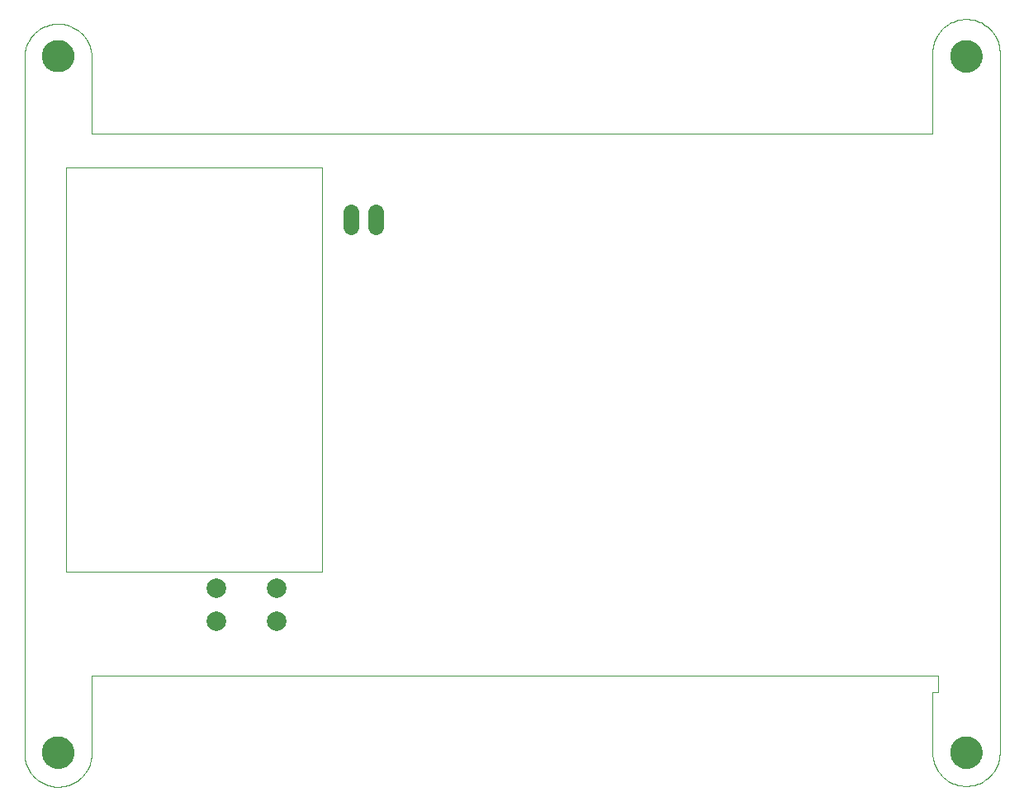
<source format=gbs>
G75*
%MOIN*%
%OFA0B0*%
%FSLAX24Y24*%
%IPPOS*%
%LPD*%
%AMOC8*
5,1,8,0,0,1.08239X$1,22.5*
%
%ADD10C,0.0000*%
%ADD11C,0.1300*%
%ADD12C,0.0640*%
%ADD13C,0.0788*%
D10*
X000150Y004791D02*
X000150Y032921D01*
X000878Y032940D02*
X000880Y032990D01*
X000886Y033040D01*
X000896Y033089D01*
X000910Y033137D01*
X000927Y033184D01*
X000948Y033229D01*
X000973Y033273D01*
X001001Y033314D01*
X001033Y033353D01*
X001067Y033390D01*
X001104Y033424D01*
X001144Y033454D01*
X001186Y033481D01*
X001230Y033505D01*
X001276Y033526D01*
X001323Y033542D01*
X001371Y033555D01*
X001421Y033564D01*
X001470Y033569D01*
X001521Y033570D01*
X001571Y033567D01*
X001620Y033560D01*
X001669Y033549D01*
X001717Y033534D01*
X001763Y033516D01*
X001808Y033494D01*
X001851Y033468D01*
X001892Y033439D01*
X001931Y033407D01*
X001967Y033372D01*
X001999Y033334D01*
X002029Y033294D01*
X002056Y033251D01*
X002079Y033207D01*
X002098Y033161D01*
X002114Y033113D01*
X002126Y033064D01*
X002134Y033015D01*
X002138Y032965D01*
X002138Y032915D01*
X002134Y032865D01*
X002126Y032816D01*
X002114Y032767D01*
X002098Y032719D01*
X002079Y032673D01*
X002056Y032629D01*
X002029Y032586D01*
X001999Y032546D01*
X001967Y032508D01*
X001931Y032473D01*
X001892Y032441D01*
X001851Y032412D01*
X001808Y032386D01*
X001763Y032364D01*
X001717Y032346D01*
X001669Y032331D01*
X001620Y032320D01*
X001571Y032313D01*
X001521Y032310D01*
X001470Y032311D01*
X001421Y032316D01*
X001371Y032325D01*
X001323Y032338D01*
X001276Y032354D01*
X001230Y032375D01*
X001186Y032399D01*
X001144Y032426D01*
X001104Y032456D01*
X001067Y032490D01*
X001033Y032527D01*
X001001Y032566D01*
X000973Y032607D01*
X000948Y032651D01*
X000927Y032696D01*
X000910Y032743D01*
X000896Y032791D01*
X000886Y032840D01*
X000880Y032890D01*
X000878Y032940D01*
X000150Y032920D02*
X000154Y032992D01*
X000163Y033064D01*
X000175Y033136D01*
X000191Y033206D01*
X000211Y033276D01*
X000234Y033344D01*
X000261Y033411D01*
X000292Y033477D01*
X000326Y033541D01*
X000363Y033603D01*
X000403Y033663D01*
X000447Y033720D01*
X000494Y033776D01*
X000543Y033828D01*
X000596Y033878D01*
X000651Y033925D01*
X000708Y033970D01*
X000768Y034011D01*
X000829Y034048D01*
X000893Y034083D01*
X000958Y034114D01*
X001025Y034141D01*
X001094Y034165D01*
X001163Y034185D01*
X001233Y034202D01*
X001305Y034215D01*
X001377Y034224D01*
X001449Y034229D01*
X001521Y034230D01*
X001593Y034227D01*
X001665Y034221D01*
X001737Y034211D01*
X001808Y034196D01*
X001878Y034179D01*
X001947Y034157D01*
X002015Y034132D01*
X002081Y034103D01*
X002146Y034071D01*
X002209Y034035D01*
X002270Y033996D01*
X002329Y033954D01*
X002385Y033909D01*
X002439Y033861D01*
X002491Y033810D01*
X002539Y033756D01*
X002585Y033700D01*
X002628Y033641D01*
X002667Y033581D01*
X002703Y033518D01*
X002736Y033454D01*
X002765Y033387D01*
X002791Y033320D01*
X002813Y033251D01*
X002831Y033181D01*
X002846Y033110D01*
X002857Y033038D01*
X002864Y032966D01*
X002867Y032894D01*
X002866Y032822D01*
X002866Y029791D01*
X036803Y029791D01*
X036803Y033058D01*
X036805Y033130D01*
X036811Y033202D01*
X036820Y033274D01*
X036834Y033345D01*
X036851Y033415D01*
X036872Y033485D01*
X036896Y033553D01*
X036924Y033619D01*
X036956Y033684D01*
X036991Y033747D01*
X037029Y033809D01*
X037071Y033868D01*
X037116Y033925D01*
X037163Y033979D01*
X037214Y034031D01*
X037267Y034080D01*
X037322Y034126D01*
X037380Y034169D01*
X037441Y034209D01*
X037503Y034246D01*
X037567Y034279D01*
X037633Y034309D01*
X037700Y034335D01*
X037769Y034358D01*
X037839Y034377D01*
X037909Y034392D01*
X037981Y034404D01*
X038053Y034412D01*
X038125Y034416D01*
X038197Y034416D01*
X038269Y034412D01*
X038341Y034404D01*
X038413Y034392D01*
X038483Y034377D01*
X038553Y034358D01*
X038622Y034335D01*
X038689Y034309D01*
X038755Y034279D01*
X038819Y034246D01*
X038881Y034209D01*
X038942Y034169D01*
X039000Y034126D01*
X039055Y034080D01*
X039108Y034031D01*
X039159Y033979D01*
X039206Y033925D01*
X039251Y033868D01*
X039293Y033809D01*
X039331Y033747D01*
X039366Y033684D01*
X039398Y033619D01*
X039426Y033553D01*
X039450Y033485D01*
X039471Y033415D01*
X039488Y033345D01*
X039502Y033274D01*
X039511Y033202D01*
X039517Y033130D01*
X039519Y033058D01*
X039520Y033058D02*
X039520Y004791D01*
X037531Y004791D02*
X037533Y004841D01*
X037539Y004891D01*
X037549Y004940D01*
X037563Y004988D01*
X037580Y005035D01*
X037601Y005080D01*
X037626Y005124D01*
X037654Y005165D01*
X037686Y005204D01*
X037720Y005241D01*
X037757Y005275D01*
X037797Y005305D01*
X037839Y005332D01*
X037883Y005356D01*
X037929Y005377D01*
X037976Y005393D01*
X038024Y005406D01*
X038074Y005415D01*
X038123Y005420D01*
X038174Y005421D01*
X038224Y005418D01*
X038273Y005411D01*
X038322Y005400D01*
X038370Y005385D01*
X038416Y005367D01*
X038461Y005345D01*
X038504Y005319D01*
X038545Y005290D01*
X038584Y005258D01*
X038620Y005223D01*
X038652Y005185D01*
X038682Y005145D01*
X038709Y005102D01*
X038732Y005058D01*
X038751Y005012D01*
X038767Y004964D01*
X038779Y004915D01*
X038787Y004866D01*
X038791Y004816D01*
X038791Y004766D01*
X038787Y004716D01*
X038779Y004667D01*
X038767Y004618D01*
X038751Y004570D01*
X038732Y004524D01*
X038709Y004480D01*
X038682Y004437D01*
X038652Y004397D01*
X038620Y004359D01*
X038584Y004324D01*
X038545Y004292D01*
X038504Y004263D01*
X038461Y004237D01*
X038416Y004215D01*
X038370Y004197D01*
X038322Y004182D01*
X038273Y004171D01*
X038224Y004164D01*
X038174Y004161D01*
X038123Y004162D01*
X038074Y004167D01*
X038024Y004176D01*
X037976Y004189D01*
X037929Y004205D01*
X037883Y004226D01*
X037839Y004250D01*
X037797Y004277D01*
X037757Y004307D01*
X037720Y004341D01*
X037686Y004378D01*
X037654Y004417D01*
X037626Y004458D01*
X037601Y004502D01*
X037580Y004547D01*
X037563Y004594D01*
X037549Y004642D01*
X037539Y004691D01*
X037533Y004741D01*
X037531Y004791D01*
X036803Y004791D02*
X036805Y004719D01*
X036811Y004647D01*
X036820Y004575D01*
X036834Y004504D01*
X036851Y004434D01*
X036872Y004364D01*
X036896Y004296D01*
X036924Y004230D01*
X036956Y004165D01*
X036991Y004102D01*
X037029Y004040D01*
X037071Y003981D01*
X037116Y003924D01*
X037163Y003870D01*
X037214Y003818D01*
X037267Y003769D01*
X037322Y003723D01*
X037380Y003680D01*
X037441Y003640D01*
X037503Y003603D01*
X037567Y003570D01*
X037633Y003540D01*
X037700Y003514D01*
X037769Y003491D01*
X037839Y003472D01*
X037909Y003457D01*
X037981Y003445D01*
X038053Y003437D01*
X038125Y003433D01*
X038197Y003433D01*
X038269Y003437D01*
X038341Y003445D01*
X038413Y003457D01*
X038483Y003472D01*
X038553Y003491D01*
X038622Y003514D01*
X038689Y003540D01*
X038755Y003570D01*
X038819Y003603D01*
X038881Y003640D01*
X038942Y003680D01*
X039000Y003723D01*
X039055Y003769D01*
X039108Y003818D01*
X039159Y003870D01*
X039206Y003924D01*
X039251Y003981D01*
X039293Y004040D01*
X039331Y004102D01*
X039366Y004165D01*
X039398Y004230D01*
X039426Y004296D01*
X039450Y004364D01*
X039471Y004434D01*
X039488Y004504D01*
X039502Y004575D01*
X039511Y004647D01*
X039517Y004719D01*
X039519Y004791D01*
X036803Y004791D02*
X036803Y007212D01*
X037039Y007212D01*
X037039Y007901D01*
X002866Y007901D01*
X002866Y004732D01*
X002867Y004731D02*
X002863Y004659D01*
X002856Y004587D01*
X002845Y004516D01*
X002830Y004445D01*
X002811Y004375D01*
X002789Y004306D01*
X002763Y004239D01*
X002733Y004173D01*
X002700Y004108D01*
X002664Y004046D01*
X002624Y003985D01*
X002581Y003927D01*
X002535Y003871D01*
X002486Y003818D01*
X002435Y003767D01*
X002380Y003719D01*
X002324Y003674D01*
X002265Y003632D01*
X002204Y003594D01*
X002141Y003558D01*
X002076Y003526D01*
X002009Y003498D01*
X001941Y003473D01*
X001872Y003452D01*
X001802Y003434D01*
X001731Y003420D01*
X001659Y003410D01*
X001587Y003404D01*
X001515Y003402D01*
X001442Y003404D01*
X001370Y003409D01*
X001298Y003418D01*
X001227Y003431D01*
X001157Y003448D01*
X001087Y003469D01*
X001019Y003493D01*
X000953Y003521D01*
X000887Y003552D01*
X000824Y003587D01*
X000762Y003625D01*
X000703Y003666D01*
X000646Y003711D01*
X000591Y003758D01*
X000539Y003808D01*
X000490Y003861D01*
X000443Y003917D01*
X000400Y003974D01*
X000359Y004035D01*
X000322Y004097D01*
X000289Y004161D01*
X000259Y004226D01*
X000232Y004294D01*
X000209Y004362D01*
X000189Y004432D01*
X000174Y004503D01*
X000162Y004574D01*
X000154Y004646D01*
X000150Y004718D01*
X000149Y004791D01*
X000878Y004791D02*
X000880Y004841D01*
X000886Y004891D01*
X000896Y004940D01*
X000910Y004988D01*
X000927Y005035D01*
X000948Y005080D01*
X000973Y005124D01*
X001001Y005165D01*
X001033Y005204D01*
X001067Y005241D01*
X001104Y005275D01*
X001144Y005305D01*
X001186Y005332D01*
X001230Y005356D01*
X001276Y005377D01*
X001323Y005393D01*
X001371Y005406D01*
X001421Y005415D01*
X001470Y005420D01*
X001521Y005421D01*
X001571Y005418D01*
X001620Y005411D01*
X001669Y005400D01*
X001717Y005385D01*
X001763Y005367D01*
X001808Y005345D01*
X001851Y005319D01*
X001892Y005290D01*
X001931Y005258D01*
X001967Y005223D01*
X001999Y005185D01*
X002029Y005145D01*
X002056Y005102D01*
X002079Y005058D01*
X002098Y005012D01*
X002114Y004964D01*
X002126Y004915D01*
X002134Y004866D01*
X002138Y004816D01*
X002138Y004766D01*
X002134Y004716D01*
X002126Y004667D01*
X002114Y004618D01*
X002098Y004570D01*
X002079Y004524D01*
X002056Y004480D01*
X002029Y004437D01*
X001999Y004397D01*
X001967Y004359D01*
X001931Y004324D01*
X001892Y004292D01*
X001851Y004263D01*
X001808Y004237D01*
X001763Y004215D01*
X001717Y004197D01*
X001669Y004182D01*
X001620Y004171D01*
X001571Y004164D01*
X001521Y004161D01*
X001470Y004162D01*
X001421Y004167D01*
X001371Y004176D01*
X001323Y004189D01*
X001276Y004205D01*
X001230Y004226D01*
X001186Y004250D01*
X001144Y004277D01*
X001104Y004307D01*
X001067Y004341D01*
X001033Y004378D01*
X001001Y004417D01*
X000973Y004458D01*
X000948Y004502D01*
X000927Y004547D01*
X000910Y004594D01*
X000896Y004642D01*
X000886Y004691D01*
X000880Y004741D01*
X000878Y004791D01*
X001823Y012094D02*
X001823Y028432D01*
X012158Y028432D01*
X012158Y012094D01*
X001823Y012094D01*
X037531Y032921D02*
X037533Y032971D01*
X037539Y033021D01*
X037549Y033070D01*
X037563Y033118D01*
X037580Y033165D01*
X037601Y033210D01*
X037626Y033254D01*
X037654Y033295D01*
X037686Y033334D01*
X037720Y033371D01*
X037757Y033405D01*
X037797Y033435D01*
X037839Y033462D01*
X037883Y033486D01*
X037929Y033507D01*
X037976Y033523D01*
X038024Y033536D01*
X038074Y033545D01*
X038123Y033550D01*
X038174Y033551D01*
X038224Y033548D01*
X038273Y033541D01*
X038322Y033530D01*
X038370Y033515D01*
X038416Y033497D01*
X038461Y033475D01*
X038504Y033449D01*
X038545Y033420D01*
X038584Y033388D01*
X038620Y033353D01*
X038652Y033315D01*
X038682Y033275D01*
X038709Y033232D01*
X038732Y033188D01*
X038751Y033142D01*
X038767Y033094D01*
X038779Y033045D01*
X038787Y032996D01*
X038791Y032946D01*
X038791Y032896D01*
X038787Y032846D01*
X038779Y032797D01*
X038767Y032748D01*
X038751Y032700D01*
X038732Y032654D01*
X038709Y032610D01*
X038682Y032567D01*
X038652Y032527D01*
X038620Y032489D01*
X038584Y032454D01*
X038545Y032422D01*
X038504Y032393D01*
X038461Y032367D01*
X038416Y032345D01*
X038370Y032327D01*
X038322Y032312D01*
X038273Y032301D01*
X038224Y032294D01*
X038174Y032291D01*
X038123Y032292D01*
X038074Y032297D01*
X038024Y032306D01*
X037976Y032319D01*
X037929Y032335D01*
X037883Y032356D01*
X037839Y032380D01*
X037797Y032407D01*
X037757Y032437D01*
X037720Y032471D01*
X037686Y032508D01*
X037654Y032547D01*
X037626Y032588D01*
X037601Y032632D01*
X037580Y032677D01*
X037563Y032724D01*
X037549Y032772D01*
X037539Y032821D01*
X037533Y032871D01*
X037531Y032921D01*
D11*
X038161Y032921D03*
X038161Y004791D03*
X001508Y004791D03*
X001508Y032940D03*
D12*
X013331Y026626D02*
X013331Y026026D01*
X014331Y026026D02*
X014331Y026626D01*
D13*
X010347Y011424D03*
X010347Y010102D03*
X007906Y010102D03*
X007906Y011424D03*
M02*

</source>
